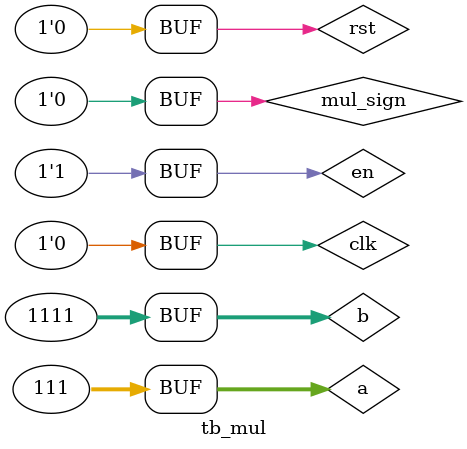
<source format=v>
`timescale 1ns/1ps  

module tb_mul ();
    reg clk;

    initial begin
        repeat (300) begin
            #5 clk = 1'b1;
            #5 clk = 1'b0;
        end
    end
    
    reg rst;
    reg [31:0] a, b;
    reg mul_sign;
    reg en;
    wire [31:0] s, r;
    wire ready, stall;
    multiplier uut(
        .clk(clk),
        .rst(rst),
        .src_a(a),
        .src_b(b),
        .en(en),
        .mul_sign(mul_sign),
        .s(s),
        .r(r),
        .res_ready(ready),
        .stall_all(stall)
    );

    initial begin
        rst = 1;
        a = 0;
        b = 0;
        en = 0;
        mul_sign = 0;
        #50 rst = 0;
        #10 begin
            a = 32'd45;
            b = 32'd14;
            en = 1; 
            mul_sign = 0;
        end
        #10 en = 0;

        #35 begin
            a = 32'd111;
            b = 32'd1111;
            en = 1; 
            mul_sign = 0;
        end
    end
endmodule
</source>
